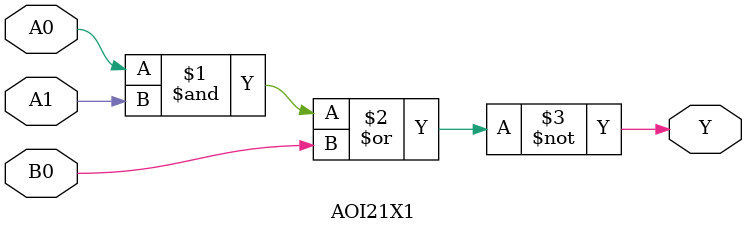
<source format=v>

module AOI21X1 (Y, A0, A1, B0);
	output Y;
	input A0, A1, B0;

	assign Y = ~((A0 & A1) | B0);

endmodule

</source>
